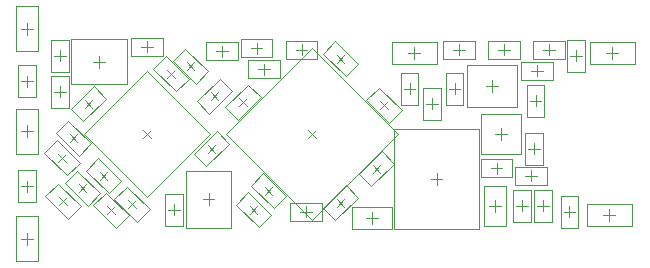
<source format=gbr>
%TF.GenerationSoftware,Altium Limited,Altium Designer,19.0.15 (446)*%
G04 Layer_Color=32768*
%FSLAX45Y45*%
%MOMM*%
%TF.FileFunction,Other,Mechanical_15*%
%TF.Part,Single*%
G01*
G75*
%TA.AperFunction,NonConductor*%
%ADD52C,0.10000*%
%ADD82C,0.05000*%
D52*
X11140644Y7203645D02*
X11211355Y7274355D01*
X11140645D02*
X11211356Y7203645D01*
X10110000Y6350000D02*
X10210000D01*
X10160000Y6300000D02*
Y6400000D01*
Y6747000D02*
Y6842000D01*
X10112500Y6794500D02*
X10207500D01*
X12537645Y7203645D02*
X12608356Y7274356D01*
X12537645Y7274355D02*
X12608356Y7203644D01*
X13589000Y7445500D02*
Y7540500D01*
X13541499Y7493000D02*
X13636501D01*
X13398500Y7572500D02*
Y7667500D01*
X13350999Y7620000D02*
X13446001D01*
X11763500Y7937500D02*
X11858500D01*
X11811000Y7890000D02*
Y7985000D01*
X13779500Y7572500D02*
Y7667500D01*
X13732001Y7620000D02*
X13827000D01*
X11646700Y6684200D02*
X11746700D01*
X11696700Y6634200D02*
Y6734200D01*
X12119100Y7785100D02*
X12214100D01*
X12166600Y7737600D02*
Y7832600D01*
X12780712Y6621212D02*
X12847887Y6688387D01*
X12780712Y6688388D02*
X12847888Y6621212D01*
X11404600Y6547800D02*
Y6642800D01*
X11357100Y6595300D02*
X11452100D01*
X12044112Y6627958D02*
X12111288Y6560783D01*
X12044113Y6560783D02*
X12111288Y6627958D01*
X12474700Y6578600D02*
X12569700D01*
X12522200Y6531100D02*
Y6626100D01*
X10110000Y8128000D02*
X10210000D01*
X10160000Y8078000D02*
Y8178000D01*
Y7636000D02*
Y7731000D01*
X10112500Y7683500D02*
X10207500D01*
X10422513Y7069387D02*
X10489688Y7002212D01*
X10422512D02*
X10489688Y7069388D01*
X10160000Y7211000D02*
Y7311000D01*
X10110000Y7261000D02*
X10210000D01*
X11713912Y7522912D02*
X11781087Y7590087D01*
X11713912Y7590088D02*
X11781088Y7522912D01*
X14097000Y7595400D02*
Y7695400D01*
X14047000Y7645400D02*
X14147000D01*
X13149013Y7513887D02*
X13216188Y7446712D01*
X13149013D02*
X13216188Y7513888D01*
X10439400Y7547100D02*
Y7642100D01*
X10391900Y7594600D02*
X10486900D01*
X11510712Y7844088D02*
X11577887Y7776913D01*
X11510712Y7776912D02*
X11577888Y7844088D01*
X10431212Y6701088D02*
X10498388Y6633912D01*
X10431213Y6633913D02*
X10498388Y6701088D01*
X10769600Y7798600D02*
Y7898600D01*
X10719600Y7848600D02*
X10819600D01*
X14465900Y7470900D02*
Y7565900D01*
X14418401Y7518400D02*
X14513399D01*
X11128500Y7975600D02*
X11223500D01*
X11176000Y7928100D02*
Y8023100D01*
X10439400Y7851900D02*
Y7946900D01*
X10391900Y7899400D02*
X10486900D01*
X12055600Y7962900D02*
X12150600D01*
X12103100Y7915400D02*
Y8010400D01*
X14430499Y7772400D02*
X14525500D01*
X14478000Y7724900D02*
Y7819900D01*
X14452600Y7064500D02*
Y7159500D01*
X14405099Y7112000D02*
X14500101D01*
X10837612Y6624888D02*
X10904788Y6557712D01*
X10837612D02*
X10904787Y6624887D01*
X14173199Y7189000D02*
Y7289000D01*
X14123199Y7239000D02*
X14223199D01*
X14532100Y7950200D02*
X14627100D01*
X14579601Y7902700D02*
Y7997700D01*
X12436600Y7950200D02*
X12531600D01*
X12484100Y7902700D02*
Y7997700D01*
X15087601Y6503200D02*
Y6603200D01*
X15037601Y6553200D02*
X15137601D01*
X15063000Y7924800D02*
X15163000D01*
X15113000Y7874800D02*
Y7974800D01*
X14752863Y6531100D02*
Y6626100D01*
X14705360Y6578600D02*
X14800362D01*
X14808200Y7851900D02*
Y7946900D01*
X14760699Y7899400D02*
X14855701D01*
X14087601Y6946900D02*
X14182600D01*
X14135100Y6899400D02*
Y6994400D01*
X14151100Y7950200D02*
X14246100D01*
X14198599Y7902700D02*
Y7997700D01*
X11688512Y7078412D02*
X11755688Y7145588D01*
X11688513Y7145587D02*
X11755688Y7078412D01*
X11345613Y7780588D02*
X11412787Y7713412D01*
X11345613Y7713413D02*
X11412788Y7780587D01*
X11015412Y6675688D02*
X11082588Y6608512D01*
X11015412D02*
X11082587Y6675687D01*
X10596312Y6811433D02*
X10663488Y6744258D01*
X10596313Y6744258D02*
X10663488Y6811433D01*
X13577100Y6858000D02*
X13677100D01*
X13627100Y6808000D02*
Y6908000D01*
X10647113Y7459412D02*
X10714287Y7526588D01*
X10647112Y7526587D02*
X10714287Y7459413D01*
X13031000Y6527800D02*
X13131000D01*
X13081000Y6477800D02*
Y6577800D01*
X14122400Y6579400D02*
Y6679400D01*
X14072400Y6629400D02*
X14172400D01*
X10774112Y6916988D02*
X10841288Y6849812D01*
X10774112D02*
X10841287Y6916987D01*
X10520112Y7234488D02*
X10587288Y7167312D01*
X10520113Y7167313D02*
X10587288Y7234488D01*
X11955212Y7472112D02*
X12022388Y7539288D01*
X11955212D02*
X12022387Y7472113D01*
X13085512Y6910062D02*
X13152689Y6977238D01*
X13085513Y6977237D02*
X13152689Y6910062D01*
X12171112Y6789988D02*
X12238288Y6722812D01*
X12171112D02*
X12238287Y6789987D01*
X12780712Y7907588D02*
X12847888Y7840412D01*
X12780713Y7840413D02*
X12847888Y7907588D01*
X13386600Y7924800D02*
X13486600D01*
X13436600Y7874800D02*
Y7974800D01*
X14379700Y6883400D02*
X14474699D01*
X14427200Y6835900D02*
Y6930900D01*
X13770100Y7950200D02*
X13865100D01*
X13817599Y7902700D02*
Y7997700D01*
X14350999Y6581900D02*
Y6676900D01*
X14303500Y6629400D02*
X14398500D01*
X14528799Y6581900D02*
Y6676900D01*
X14481300Y6629400D02*
X14576300D01*
D82*
X10642134Y7239000D02*
X11176000Y6705134D01*
Y7772866D02*
X11709866Y7239000D01*
X11176000Y6705134D02*
X11709866Y7239000D01*
X10642134D02*
X11176000Y7772866D01*
X10255000Y6159500D02*
Y6540500D01*
X10065000Y6159500D02*
Y6540500D01*
X10255000D01*
X10065000Y6159500D02*
X10255000D01*
X10085000Y6659500D02*
X10235000D01*
X10085000Y6929500D02*
X10235000D01*
X10085000Y6659500D02*
Y6929500D01*
X10235000Y6659500D02*
Y6929500D01*
X11844680Y7239000D02*
X12573000Y6510680D01*
Y7967320D02*
X13301320Y7239000D01*
X11844680D02*
X12573000Y7967320D01*
Y6510680D02*
X13301320Y7239000D01*
X13514000Y7358000D02*
X13664000D01*
X13514000Y7628000D02*
X13664000D01*
X13514000Y7358000D02*
Y7628000D01*
X13664000Y7358000D02*
Y7628000D01*
X13323500Y7485000D02*
X13473500D01*
X13323500Y7755000D02*
X13473500D01*
X13323500Y7485000D02*
Y7755000D01*
X13473500Y7485000D02*
Y7755000D01*
X11946000Y7862500D02*
Y8012500D01*
X11676000Y7862500D02*
Y8012500D01*
Y7862500D02*
X11946000D01*
X11676000Y8012500D02*
X11946000D01*
X13704500Y7485000D02*
X13854500D01*
X13704500Y7755000D02*
X13854500D01*
X13704500Y7485000D02*
Y7755000D01*
X13854500Y7485000D02*
Y7755000D01*
X11506700Y6444200D02*
Y6924200D01*
X11886700Y6444200D02*
Y6924200D01*
X11506700Y6444200D02*
X11886700D01*
X11506700Y6924200D02*
X11886700D01*
X12031600Y7710100D02*
Y7860100D01*
X12301600Y7710100D02*
Y7860100D01*
X12031600D02*
X12301600D01*
X12031600Y7710100D02*
X12301600D01*
X12665807Y6612374D02*
X12771873Y6506308D01*
X12856726Y6803292D02*
X12962791Y6697226D01*
X12665807Y6612374D02*
X12856726Y6803292D01*
X12771873Y6506308D02*
X12962791Y6697226D01*
X11329600Y6460300D02*
X11479600D01*
X11329600Y6730300D02*
X11479600D01*
X11329600Y6460300D02*
Y6730300D01*
X11479600Y6460300D02*
Y6730300D01*
X12120126Y6445878D02*
X12226192Y6551944D01*
X11929208Y6636797D02*
X12035274Y6742863D01*
X11929208Y6636797D02*
X12120126Y6445878D01*
X12035274Y6742863D02*
X12226192Y6551944D01*
X12387200Y6503600D02*
Y6653600D01*
X12657200Y6503600D02*
Y6653600D01*
X12387200D02*
X12657200D01*
X12387200Y6503600D02*
X12657200D01*
X10255000Y7937500D02*
Y8318500D01*
X10065000Y7937500D02*
Y8318500D01*
X10255000D01*
X10065000Y7937500D02*
X10255000D01*
X10085000Y7818500D02*
X10235000D01*
X10085000Y7548500D02*
X10235000D01*
Y7818500D01*
X10085000Y7548500D02*
Y7818500D01*
X10498526Y6887307D02*
X10604592Y6993373D01*
X10307608Y7078226D02*
X10413674Y7184292D01*
X10307608Y7078226D02*
X10498526Y6887307D01*
X10413674Y7184292D02*
X10604592Y6993373D01*
X10065000Y7070500D02*
X10255000D01*
X10065000Y7451500D02*
X10255000D01*
X10065000Y7070500D02*
Y7451500D01*
X10255000Y7070500D02*
Y7451500D01*
X11599007Y7514074D02*
X11705073Y7408008D01*
X11789926Y7704992D02*
X11895992Y7598926D01*
X11599007Y7514074D02*
X11789926Y7704992D01*
X11705073Y7408008D02*
X11895992Y7598926D01*
X13887000Y7465400D02*
X14307001D01*
X13887000Y7825400D02*
X14307001D01*
Y7465400D02*
Y7825400D01*
X13887000Y7465400D02*
Y7825400D01*
X13225026Y7331807D02*
X13331091Y7437873D01*
X13034108Y7522726D02*
X13140173Y7628792D01*
X13034108Y7522726D02*
X13225026Y7331807D01*
X13140173Y7628792D02*
X13331091Y7437873D01*
X10364400Y7729600D02*
X10514400D01*
X10364400Y7459600D02*
X10514400D01*
Y7729600D01*
X10364400Y7459600D02*
Y7729600D01*
X11395808Y7852927D02*
X11501874Y7958993D01*
X11586726Y7662008D02*
X11692792Y7768074D01*
X11501874Y7958993D02*
X11692792Y7768074D01*
X11395808Y7852927D02*
X11586726Y7662008D01*
X10507226Y6519008D02*
X10613292Y6625074D01*
X10316308Y6709926D02*
X10422374Y6815992D01*
X10316308Y6709926D02*
X10507226Y6519008D01*
X10422374Y6815992D02*
X10613292Y6625074D01*
X10529600Y8038600D02*
X11009600D01*
X10529600Y7658600D02*
X11009600D01*
X10529600D02*
Y8038600D01*
X11009600Y7658600D02*
Y8038600D01*
X14390900Y7653400D02*
X14540900D01*
X14390900Y7383400D02*
X14540900D01*
Y7653400D01*
X14390900Y7383400D02*
Y7653400D01*
X11311000Y7900600D02*
Y8050600D01*
X11041000Y7900600D02*
Y8050600D01*
Y7900600D02*
X11311000D01*
X11041000Y8050600D02*
X11311000D01*
X10364400Y8034400D02*
X10514400D01*
X10364400Y7764400D02*
X10514400D01*
Y8034400D01*
X10364400Y7764400D02*
Y8034400D01*
X11968100Y7887900D02*
Y8037900D01*
X12238100Y7887900D02*
Y8037900D01*
X11968100D02*
X12238100D01*
X11968100Y7887900D02*
X12238100D01*
X14342999Y7697400D02*
Y7847400D01*
X14613000Y7697400D02*
Y7847400D01*
X14342999D02*
X14613000D01*
X14342999Y7697400D02*
X14613000D01*
X14377600Y7247000D02*
X14527600D01*
X14377600Y6977000D02*
X14527600D01*
Y7247000D01*
X14377600Y6977000D02*
Y7247000D01*
X10722708Y6633726D02*
X10828774Y6739792D01*
X10913626Y6442808D02*
X11019692Y6548874D01*
X10828774Y6739792D02*
X11019692Y6548874D01*
X10722708Y6633726D02*
X10913626Y6442808D01*
X14003200Y7409000D02*
X14343201D01*
X14003200Y7069000D02*
X14343201D01*
Y7409000D01*
X14003200Y7069000D02*
Y7409000D01*
X14714600Y7875200D02*
Y8025200D01*
X14444600Y7875200D02*
Y8025200D01*
Y7875200D02*
X14714600D01*
X14444600Y8025200D02*
X14714600D01*
X12619100Y7875200D02*
Y8025200D01*
X12349100Y7875200D02*
Y8025200D01*
Y7875200D02*
X12619100D01*
X12349100Y8025200D02*
X12619100D01*
X14897099Y6458200D02*
X15278101D01*
X14897099Y6648200D02*
X15278101D01*
Y6458200D02*
Y6648200D01*
X14897099Y6458200D02*
Y6648200D01*
X14922501Y7829800D02*
Y8019800D01*
X15303500Y7829800D02*
Y8019800D01*
X14922501D02*
X15303500D01*
X14922501Y7829800D02*
X15303500D01*
X14677861Y6443600D02*
X14827861D01*
X14677861Y6713600D02*
X14827861D01*
X14677861Y6443600D02*
Y6713600D01*
X14827861Y6443600D02*
Y6713600D01*
X14733200Y7764400D02*
X14883200D01*
X14733200Y8034400D02*
X14883200D01*
X14733200Y7764400D02*
Y8034400D01*
X14883200Y7764400D02*
Y8034400D01*
X14000101Y6871900D02*
Y7021900D01*
X14270100Y6871900D02*
Y7021900D01*
X14000101D02*
X14270100D01*
X14000101Y6871900D02*
X14270100D01*
X14063600Y7875200D02*
Y8025200D01*
X14333600Y7875200D02*
Y8025200D01*
X14063600D02*
X14333600D01*
X14063600Y7875200D02*
X14333600D01*
X11573608Y7069574D02*
X11679674Y6963508D01*
X11764526Y7260492D02*
X11870592Y7154426D01*
X11573608Y7069574D02*
X11764526Y7260492D01*
X11679674Y6963508D02*
X11870592Y7154426D01*
X11421626Y7598508D02*
X11527692Y7704574D01*
X11230708Y7789426D02*
X11336774Y7895492D01*
X11230708Y7789426D02*
X11421626Y7598508D01*
X11336774Y7895492D02*
X11527692Y7704574D01*
X10900508Y6684526D02*
X11006574Y6790592D01*
X11091426Y6493608D02*
X11197492Y6599674D01*
X11006574Y6790592D02*
X11197492Y6599674D01*
X10900508Y6684526D02*
X11091426Y6493608D01*
X10672326Y6629353D02*
X10778392Y6735419D01*
X10481408Y6820272D02*
X10587474Y6926338D01*
X10481408Y6820272D02*
X10672326Y6629353D01*
X10587474Y6926338D02*
X10778392Y6735419D01*
X13987100Y6433000D02*
Y7283000D01*
X13267101Y6433000D02*
Y7283000D01*
X13987100D01*
X13267101Y6433000D02*
X13987100D01*
X10723126Y7641492D02*
X10829192Y7535427D01*
X10532208Y7450574D02*
X10638273Y7344508D01*
X10829192Y7535427D01*
X10532208Y7450574D02*
X10723126Y7641492D01*
X13250999Y6432800D02*
Y6622800D01*
X12911000Y6432800D02*
Y6622800D01*
Y6432800D02*
X13250999D01*
X12911000Y6622800D02*
X13250999D01*
X14027400Y6459400D02*
X14217400D01*
X14027400Y6799400D02*
X14217400D01*
X14027400Y6459400D02*
Y6799400D01*
X14217400Y6459400D02*
Y6799400D01*
X10659208Y6925826D02*
X10765274Y7031892D01*
X10850126Y6734908D02*
X10956192Y6840974D01*
X10765274Y7031892D02*
X10956192Y6840974D01*
X10659208Y6925826D02*
X10850126Y6734908D01*
X10596126Y7052408D02*
X10702192Y7158474D01*
X10405208Y7243326D02*
X10511274Y7349392D01*
X10405208Y7243326D02*
X10596126Y7052408D01*
X10511274Y7349392D02*
X10702192Y7158474D01*
X12031226Y7654192D02*
X12137292Y7548126D01*
X11840308Y7463274D02*
X11946374Y7357208D01*
X12137292Y7548126D01*
X11840308Y7463274D02*
X12031226Y7654192D01*
X12970609Y6901223D02*
X13076674Y6795157D01*
X13161526Y7092142D02*
X13267592Y6986076D01*
X12970609Y6901223D02*
X13161526Y7092142D01*
X13076674Y6795157D02*
X13267592Y6986076D01*
X12056208Y6798826D02*
X12162274Y6904892D01*
X12247126Y6607908D02*
X12353192Y6713974D01*
X12162274Y6904892D02*
X12353192Y6713974D01*
X12056208Y6798826D02*
X12247126Y6607908D01*
X12856726Y7725508D02*
X12962791Y7831574D01*
X12665808Y7916426D02*
X12771874Y8022492D01*
X12665808Y7916426D02*
X12856726Y7725508D01*
X12771874Y8022492D02*
X12962791Y7831574D01*
X13246100Y7829800D02*
Y8019800D01*
X13627100Y7829800D02*
Y8019800D01*
X13246100D02*
X13627100D01*
X13246100Y7829800D02*
X13627100D01*
X14292200Y6808400D02*
Y6958400D01*
X14562199Y6808400D02*
Y6958400D01*
X14292200D02*
X14562199D01*
X14292200Y6808400D02*
X14562199D01*
X13682600Y7875200D02*
Y8025200D01*
X13952600Y7875200D02*
Y8025200D01*
X13682600D02*
X13952600D01*
X13682600Y7875200D02*
X13952600D01*
X14275999Y6764400D02*
X14425999D01*
X14275999Y6494400D02*
X14425999D01*
Y6764400D01*
X14275999Y6494400D02*
Y6764400D01*
X14453799D02*
X14603799D01*
X14453799Y6494400D02*
X14603799D01*
Y6764400D01*
X14453799Y6494400D02*
Y6764400D01*
%TF.MD5,de3c1b36ef23bbc44453d5c08d0798f0*%
M02*

</source>
